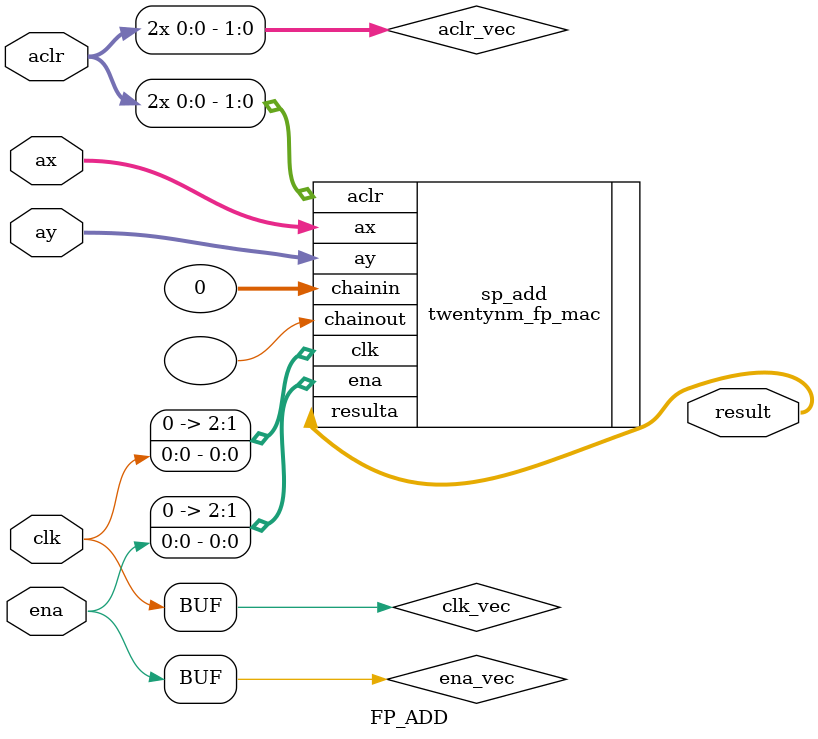
<source format=v>
module FP_ADD(
    input  wire                          clk,
    input  wire                          ena,
    input  wire		                     aclr,
    input  wire [31:0]                   ax,
    input  wire [31:0]                   ay,
    output wire [31:0]                   result

	);
    wire [1-1:0] clk_vec;
    wire [1-1:0] ena_vec;
	wire [1:0]                   aclr_vec;
    assign clk_vec[0] = clk;
    assign ena_vec[0] = ena;
	assign aclr_vec[1] = aclr;
    assign aclr_vec[0] = aclr;

twentynm_fp_mac  #(
    .ax_clock("0"),
    .ay_clock("0"),
    .az_clock("NONE"),
    .output_clock("0"),
    .accumulate_clock("NONE"),
    .ax_chainin_pl_clock("NONE"),
    .accum_pipeline_clock("NONE"),
    .mult_pipeline_clock("NONE"),
    .adder_input_clock("NONE"),
    .accum_adder_clock("NONE"),
    .use_chainin("false"),
    .operation_mode("sp_add"),
    .adder_subtract("false")
) sp_add (
    .clk({1'b0,1'b0,clk_vec[0]}),
    .ena({1'b0,1'b0,ena_vec[0]}),
    .aclr(aclr_vec),
    .ax(ax),
    .ay(ay),

    .chainin(32'b0),
    .resulta(result),
    .chainout()
);
endmodule
</source>
